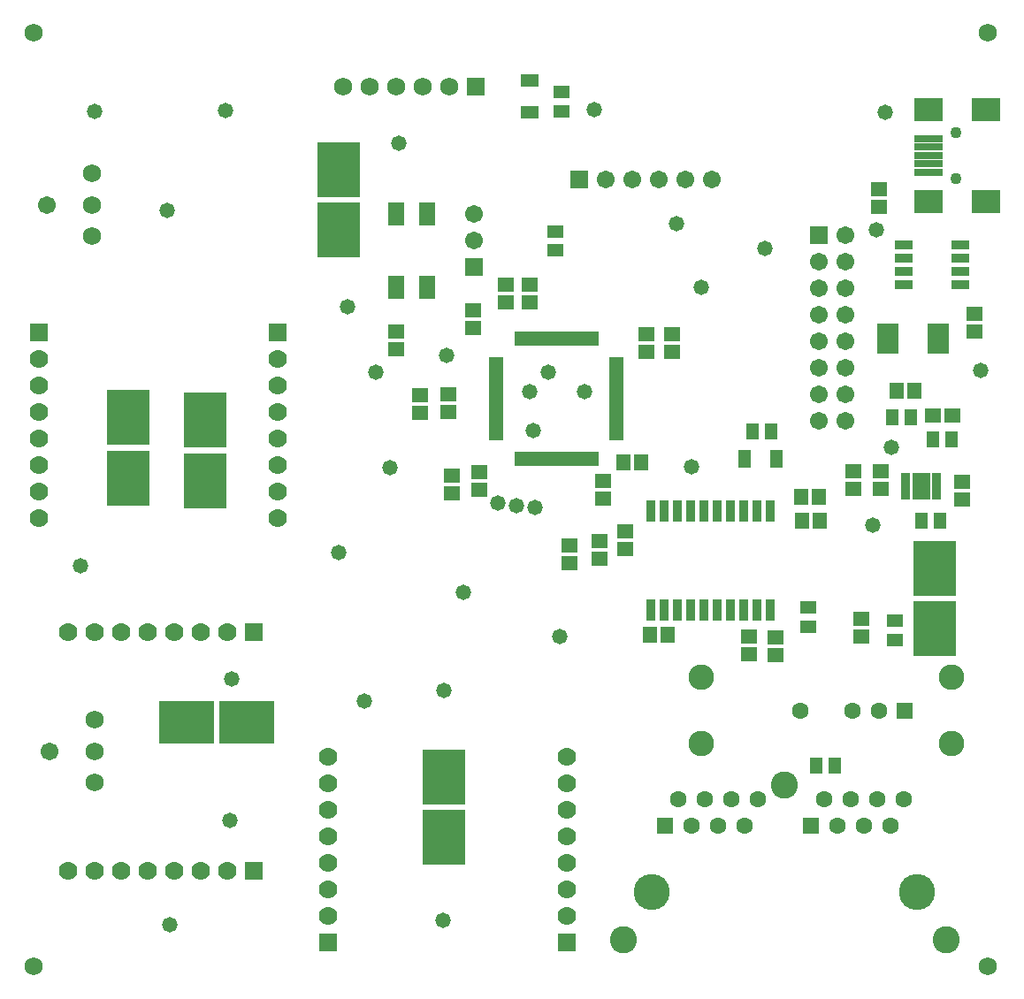
<source format=gts>
G04*
G04 #@! TF.GenerationSoftware,Altium Limited,Altium Designer,19.0.10 (269)*
G04*
G04 Layer_Color=8388736*
%FSLAX44Y44*%
%MOMM*%
G71*
G01*
G75*
%ADD35R,0.5032X1.4032*%
%ADD36R,1.4032X0.5032*%
%ADD37R,1.6032X1.4532*%
%ADD38R,1.5032X1.3532*%
%ADD39R,4.0532X5.2532*%
%ADD40R,1.2032X1.5532*%
%ADD41R,2.1082X2.9932*%
%ADD42R,1.8032X2.6032*%
%ADD43R,0.9532X0.5032*%
%ADD44R,1.4532X1.6032*%
%ADD45R,1.3032X1.7532*%
%ADD46R,1.7532X1.3032*%
%ADD47R,2.7032X2.2032*%
%ADD48R,2.7032X0.7032*%
%ADD49R,1.6032X1.1532*%
%ADD50R,0.8532X2.1282*%
%ADD51R,1.5532X1.2032*%
%ADD52R,1.7282X0.8532*%
%ADD53R,1.6032X2.2032*%
%ADD54R,5.2532X4.0532*%
%ADD55C,1.7272*%
%ADD56C,1.6032*%
%ADD57R,1.6032X1.6032*%
%ADD58C,2.6032*%
%ADD59C,3.4532*%
%ADD60R,1.7782X1.7782*%
%ADD61C,1.7782*%
%ADD62C,1.1032*%
%ADD63R,1.7782X1.7782*%
%ADD64C,1.7032*%
%ADD65C,1.7332*%
%ADD66C,2.4532*%
%ADD67R,1.7032X1.7032*%
%ADD68R,1.7032X1.7032*%
%ADD69C,1.7532*%
%ADD70R,1.7532X1.7532*%
%ADD71C,1.4732*%
D35*
X485740Y626520D02*
D03*
X490740D02*
D03*
X495740D02*
D03*
X500740D02*
D03*
X505740D02*
D03*
X510740D02*
D03*
X515740D02*
D03*
X520740D02*
D03*
X525740D02*
D03*
X530740D02*
D03*
X535740D02*
D03*
X540740D02*
D03*
X545740D02*
D03*
X550740D02*
D03*
X555740D02*
D03*
X560740D02*
D03*
Y511520D02*
D03*
X555740D02*
D03*
X550740D02*
D03*
X545740D02*
D03*
X540740D02*
D03*
X535740D02*
D03*
X530740D02*
D03*
X525740D02*
D03*
X520740D02*
D03*
X515740D02*
D03*
X510740D02*
D03*
X505740D02*
D03*
X500740D02*
D03*
X495740D02*
D03*
X490740D02*
D03*
X485740D02*
D03*
D36*
X580740Y606520D02*
D03*
Y601520D02*
D03*
Y596520D02*
D03*
Y591520D02*
D03*
Y586520D02*
D03*
Y581520D02*
D03*
Y576520D02*
D03*
Y571520D02*
D03*
Y566520D02*
D03*
Y561520D02*
D03*
Y556520D02*
D03*
Y551520D02*
D03*
Y546520D02*
D03*
Y541520D02*
D03*
Y536520D02*
D03*
Y531520D02*
D03*
X465740D02*
D03*
Y536520D02*
D03*
Y541520D02*
D03*
Y546520D02*
D03*
Y551520D02*
D03*
Y556520D02*
D03*
Y561520D02*
D03*
Y566520D02*
D03*
Y571520D02*
D03*
Y576520D02*
D03*
Y581520D02*
D03*
Y586520D02*
D03*
Y591520D02*
D03*
Y596520D02*
D03*
Y601520D02*
D03*
Y606520D02*
D03*
D37*
X535750Y428500D02*
D03*
Y411500D02*
D03*
X911535Y489304D02*
D03*
Y472304D02*
D03*
X833870Y499660D02*
D03*
Y482660D02*
D03*
X732790Y340030D02*
D03*
Y323030D02*
D03*
X815340Y340810D02*
D03*
Y357810D02*
D03*
X707921Y341300D02*
D03*
Y324300D02*
D03*
X831750Y752500D02*
D03*
Y769500D02*
D03*
X567690Y489890D02*
D03*
Y472890D02*
D03*
X449580Y481700D02*
D03*
Y498700D02*
D03*
X423290Y477970D02*
D03*
Y494970D02*
D03*
X443230Y636720D02*
D03*
Y653720D02*
D03*
X474980Y661240D02*
D03*
Y678240D02*
D03*
X564250Y432750D02*
D03*
Y415750D02*
D03*
X497840Y660850D02*
D03*
Y677850D02*
D03*
X633730Y613520D02*
D03*
Y630520D02*
D03*
X609600Y613470D02*
D03*
Y630470D02*
D03*
X392250Y572000D02*
D03*
Y555000D02*
D03*
X589000Y442250D02*
D03*
Y425250D02*
D03*
X923810Y632910D02*
D03*
Y649910D02*
D03*
X807720Y482660D02*
D03*
Y499660D02*
D03*
X369810Y616000D02*
D03*
Y633000D02*
D03*
X420000Y556000D02*
D03*
Y573000D02*
D03*
D38*
X883560Y552510D02*
D03*
X902060D02*
D03*
D39*
X885190Y348460D02*
D03*
Y406460D02*
D03*
X314709Y730521D02*
D03*
Y788521D02*
D03*
X186751Y548499D02*
D03*
Y490499D02*
D03*
X112999Y493001D02*
D03*
Y551001D02*
D03*
X415180Y206859D02*
D03*
Y148859D02*
D03*
D40*
X790050Y217230D02*
D03*
X772050D02*
D03*
X883810Y529650D02*
D03*
X901810D02*
D03*
X711028Y537537D02*
D03*
X729028D02*
D03*
X862440Y551520D02*
D03*
X844440D02*
D03*
X890380Y452180D02*
D03*
X872380D02*
D03*
D41*
X889120Y626520D02*
D03*
X840620D02*
D03*
D42*
X872490Y485200D02*
D03*
D43*
X887490Y495200D02*
D03*
Y490200D02*
D03*
Y485200D02*
D03*
Y480200D02*
D03*
Y475200D02*
D03*
X857490D02*
D03*
Y480200D02*
D03*
Y485200D02*
D03*
Y490200D02*
D03*
Y495200D02*
D03*
D44*
X758580Y452180D02*
D03*
X775580D02*
D03*
X757310Y475040D02*
D03*
X774310D02*
D03*
X587750Y508250D02*
D03*
X604750D02*
D03*
X848990Y576640D02*
D03*
X865990D02*
D03*
X612530Y342960D02*
D03*
X629530D02*
D03*
D45*
X733820Y511270D02*
D03*
X703820D02*
D03*
D46*
X497840Y873580D02*
D03*
Y843580D02*
D03*
D47*
X934395Y757840D02*
D03*
Y845840D02*
D03*
X879395Y757840D02*
D03*
Y845840D02*
D03*
D48*
Y785840D02*
D03*
Y817840D02*
D03*
Y801840D02*
D03*
Y793840D02*
D03*
Y809840D02*
D03*
D49*
X847750Y356500D02*
D03*
Y338000D02*
D03*
X764540Y350220D02*
D03*
Y368720D02*
D03*
D50*
X727710Y366830D02*
D03*
X715010D02*
D03*
X702310D02*
D03*
X676910D02*
D03*
X664210D02*
D03*
X651510D02*
D03*
X638810D02*
D03*
X626110D02*
D03*
X613410D02*
D03*
Y461070D02*
D03*
X626110D02*
D03*
X638810D02*
D03*
X651510D02*
D03*
X664210D02*
D03*
X676910D02*
D03*
X689610D02*
D03*
X702310D02*
D03*
X715010D02*
D03*
X727710D02*
D03*
X689610Y366830D02*
D03*
D51*
X521970Y728950D02*
D03*
Y710950D02*
D03*
X528320Y862500D02*
D03*
Y844500D02*
D03*
D52*
X909770Y678240D02*
D03*
Y690940D02*
D03*
Y703640D02*
D03*
Y716340D02*
D03*
X855530D02*
D03*
Y703640D02*
D03*
Y690940D02*
D03*
Y678240D02*
D03*
D53*
X369810Y675950D02*
D03*
Y745950D02*
D03*
X399810Y675950D02*
D03*
Y745950D02*
D03*
D54*
X226910Y259140D02*
D03*
X168910D02*
D03*
D55*
X22500Y919500D02*
D03*
X935990D02*
D03*
X22500Y25460D02*
D03*
X935990D02*
D03*
D56*
X690880Y185090D02*
D03*
X716280D02*
D03*
X792480Y159690D02*
D03*
X817880D02*
D03*
X830580Y185090D02*
D03*
X843280Y159690D02*
D03*
X855980Y185090D02*
D03*
X703580Y159690D02*
D03*
X678180D02*
D03*
X665480Y185090D02*
D03*
X652780Y159690D02*
D03*
X640080Y185090D02*
D03*
X779780D02*
D03*
X805180D02*
D03*
X756700Y270320D02*
D03*
X806700D02*
D03*
X831700D02*
D03*
D57*
X767080Y159690D02*
D03*
X627380D02*
D03*
X856700Y270320D02*
D03*
D58*
X741680Y198590D02*
D03*
X896030Y50490D02*
D03*
X587330D02*
D03*
D59*
X868680Y96190D02*
D03*
X614680D02*
D03*
D60*
X304750Y48320D02*
D03*
X533400D02*
D03*
X256250Y632050D02*
D03*
X27500D02*
D03*
D61*
X304750Y73720D02*
D03*
Y99120D02*
D03*
Y124520D02*
D03*
Y149920D02*
D03*
Y175320D02*
D03*
Y200720D02*
D03*
Y226120D02*
D03*
X55880Y345500D02*
D03*
X81280D02*
D03*
X106680D02*
D03*
X132080D02*
D03*
X157480D02*
D03*
X182880D02*
D03*
X208280D02*
D03*
X533400Y226120D02*
D03*
Y200720D02*
D03*
Y175320D02*
D03*
Y149920D02*
D03*
Y124520D02*
D03*
Y99120D02*
D03*
Y73720D02*
D03*
X256250Y606650D02*
D03*
Y581250D02*
D03*
Y555850D02*
D03*
Y530450D02*
D03*
Y505050D02*
D03*
Y479650D02*
D03*
Y454250D02*
D03*
X27500Y606650D02*
D03*
Y581250D02*
D03*
Y555850D02*
D03*
Y530450D02*
D03*
Y505050D02*
D03*
Y479650D02*
D03*
Y454250D02*
D03*
X208280Y116900D02*
D03*
X182880D02*
D03*
X157480D02*
D03*
X132080D02*
D03*
X106680D02*
D03*
X81280D02*
D03*
X55880D02*
D03*
D62*
X905395Y779840D02*
D03*
Y823840D02*
D03*
D63*
X233680Y345500D02*
D03*
Y116900D02*
D03*
D64*
X38100Y231200D02*
D03*
X35750Y754500D02*
D03*
X444500Y720150D02*
D03*
Y745550D02*
D03*
X570230Y778570D02*
D03*
X595630D02*
D03*
X621030D02*
D03*
X646430D02*
D03*
X671830D02*
D03*
X799710Y725230D02*
D03*
X774310Y699830D02*
D03*
X799710D02*
D03*
X774310Y674430D02*
D03*
X799710D02*
D03*
X774310Y649030D02*
D03*
X799710D02*
D03*
X774310Y623630D02*
D03*
X799710D02*
D03*
X774310Y598230D02*
D03*
X799710D02*
D03*
X774310Y572830D02*
D03*
X799710D02*
D03*
X774310Y547430D02*
D03*
X799710D02*
D03*
D65*
X81300Y261200D02*
D03*
Y231200D02*
D03*
Y201200D02*
D03*
X78950Y784500D02*
D03*
Y754500D02*
D03*
Y724500D02*
D03*
D66*
X661700Y302320D02*
D03*
Y238320D02*
D03*
X901700D02*
D03*
Y302320D02*
D03*
D67*
X444500Y694750D02*
D03*
X774310Y725230D02*
D03*
D68*
X544830Y778570D02*
D03*
D69*
X318770Y867470D02*
D03*
X344170D02*
D03*
X369570D02*
D03*
X394970D02*
D03*
X420370D02*
D03*
D70*
X445770D02*
D03*
D71*
X350250Y594420D02*
D03*
X844250Y522500D02*
D03*
X826000Y447930D02*
D03*
X67500Y408750D02*
D03*
X153000Y65250D02*
D03*
X364000Y503000D02*
D03*
X526500Y341250D02*
D03*
X315000Y421500D02*
D03*
X414500Y69250D02*
D03*
X210250Y165250D02*
D03*
X653000Y503760D02*
D03*
X929250Y595750D02*
D03*
X838250Y843000D02*
D03*
X723000Y712750D02*
D03*
X661750Y675250D02*
D03*
X638250Y736250D02*
D03*
X372000Y814000D02*
D03*
X559250Y845750D02*
D03*
X323250Y657250D02*
D03*
X150250Y749500D02*
D03*
X206561Y845250D02*
D03*
X81000Y844250D02*
D03*
X829310Y730310D02*
D03*
X500740Y538540D02*
D03*
X417669Y610342D02*
D03*
X502920Y464880D02*
D03*
X467360Y468690D02*
D03*
X485140Y466150D02*
D03*
X434340Y383600D02*
D03*
X415290Y289620D02*
D03*
X515740Y594420D02*
D03*
X497840Y575363D02*
D03*
X339090Y279460D02*
D03*
X212090Y300500D02*
D03*
X549910Y575363D02*
D03*
M02*

</source>
